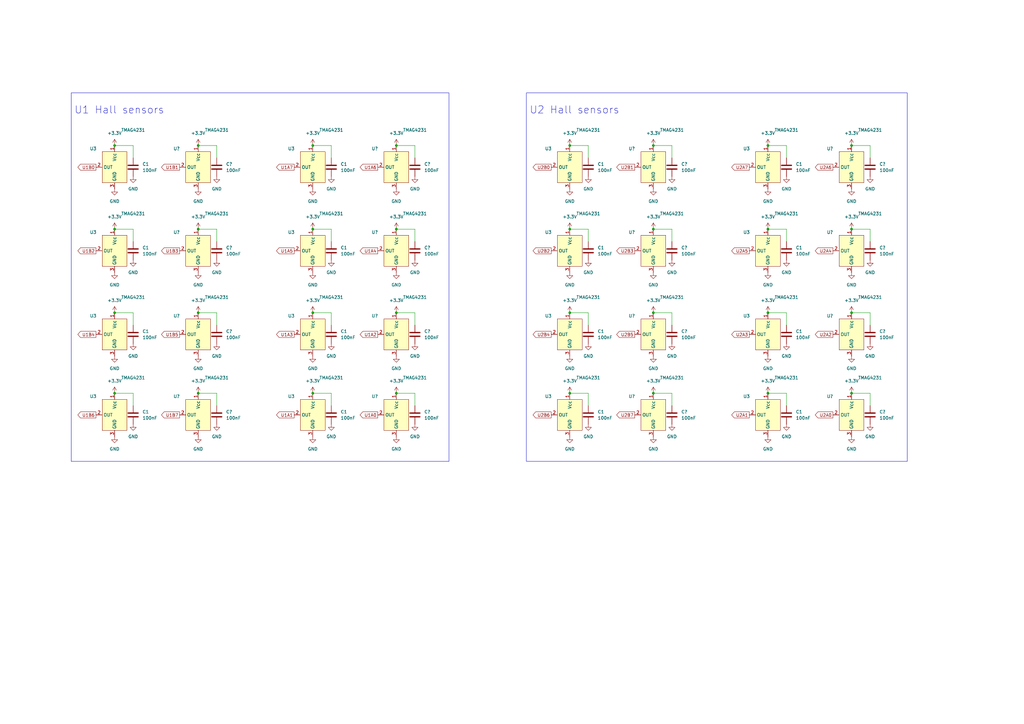
<source format=kicad_sch>
(kicad_sch (version 20230121) (generator eeschema)
  (paper "A3")
  (title_block (title "Chessboard  PCB "))
  (junction (at 349.25 59.69))
  (junction (at 162.56 93.98))
  (junction (at 267.97 128.27))
  (junction (at 46.99 128.27))
  (junction (at 314.96 128.27))
  (junction (at 46.99 93.98))
  (junction (at 349.25 128.27))
  (junction (at 267.97 93.98))
  (junction (at 81.28 93.98))
  (junction (at 314.96 59.69))
  (junction (at 233.68 93.98))
  (junction (at 267.97 59.69))
  (junction (at 128.27 161.29))
  (junction (at 46.99 59.69))
  (junction (at 128.27 93.98))
  (junction (at 81.28 161.29))
  (junction (at 349.25 93.98))
  (junction (at 128.27 128.27))
  (junction (at 46.99 161.29))
  (junction (at 233.68 128.27))
  (junction (at 162.56 128.27))
  (junction (at 162.56 161.29))
  (junction (at 267.97 161.29))
  (junction (at 81.28 128.27))
  (junction (at 162.56 59.69))
  (junction (at 349.25 161.29))
  (junction (at 128.27 59.69))
  (junction (at 314.96 161.29))
  (junction (at 233.68 59.69))
  (junction (at 81.28 59.69))
  (junction (at 233.68 161.29))
  (junction (at 314.96 93.98))
  (wire (pts (xy 46.99 128.27) (xy 54.61 128.27)))
  (wire (pts (xy 170.18 64.77) (xy 170.18 59.69)))
  (wire (pts (xy 162.56 128.27) (xy 170.18 128.27)))
  (wire (pts (xy 314.96 59.69) (xy 322.58 59.69)))
  (wire (pts (xy 54.61 99.06) (xy 54.61 93.98)))
  (wire (pts (xy 275.59 99.06) (xy 275.59 93.98)))
  (wire (pts (xy 356.87 166.37) (xy 356.87 161.29)))
  (wire (pts (xy 162.56 161.29) (xy 170.18 161.29)))
  (wire (pts (xy 314.96 93.98) (xy 322.58 93.98)))
  (wire (pts (xy 81.28 161.29) (xy 88.9 161.29)))
  (wire (pts (xy 88.9 99.06) (xy 88.9 93.98)))
  (wire (pts (xy 170.18 99.06) (xy 170.18 93.98)))
  (wire (pts (xy 88.9 166.37) (xy 88.9 161.29)))
  (wire (pts (xy 128.27 59.69) (xy 135.89 59.69)))
  (wire (pts (xy 349.25 128.27) (xy 356.87 128.27)))
  (wire (pts (xy 88.9 64.77) (xy 88.9 59.69)))
  (wire (pts (xy 135.89 99.06) (xy 135.89 93.98)))
  (wire (pts (xy 275.59 133.35) (xy 275.59 128.27)))
  (wire (pts (xy 135.89 166.37) (xy 135.89 161.29)))
  (wire (pts (xy 314.96 128.27) (xy 322.58 128.27)))
  (wire (pts (xy 322.58 64.77) (xy 322.58 59.69)))
  (wire (pts (xy 233.68 128.27) (xy 241.3 128.27)))
  (wire (pts (xy 267.97 59.69) (xy 275.59 59.69)))
  (wire (pts (xy 233.68 161.29) (xy 241.3 161.29)))
  (wire (pts (xy 81.28 59.69) (xy 88.9 59.69)))
  (wire (pts (xy 322.58 133.35) (xy 322.58 128.27)))
  (wire (pts (xy 128.27 128.27) (xy 135.89 128.27)))
  (wire (pts (xy 241.3 64.77) (xy 241.3 59.69)))
  (wire (pts (xy 241.3 166.37) (xy 241.3 161.29)))
  (wire (pts (xy 81.28 93.98) (xy 88.9 93.98)))
  (wire (pts (xy 81.28 128.27) (xy 88.9 128.27)))
  (wire (pts (xy 322.58 166.37) (xy 322.58 161.29)))
  (wire (pts (xy 233.68 59.69) (xy 241.3 59.69)))
  (wire (pts (xy 170.18 133.35) (xy 170.18 128.27)))
  (wire (pts (xy 54.61 133.35) (xy 54.61 128.27)))
  (wire (pts (xy 356.87 64.77) (xy 356.87 59.69)))
  (wire (pts (xy 170.18 166.37) (xy 170.18 161.29)))
  (wire (pts (xy 275.59 166.37) (xy 275.59 161.29)))
  (wire (pts (xy 241.3 99.06) (xy 241.3 93.98)))
  (wire (pts (xy 54.61 166.37) (xy 54.61 161.29)))
  (wire (pts (xy 128.27 161.29) (xy 135.89 161.29)))
  (wire (pts (xy 275.59 64.77) (xy 275.59 59.69)))
  (wire (pts (xy 233.68 93.98) (xy 241.3 93.98)))
  (wire (pts (xy 356.87 133.35) (xy 356.87 128.27)))
  (wire (pts (xy 54.61 64.77) (xy 54.61 59.69)))
  (wire (pts (xy 314.96 161.29) (xy 322.58 161.29)))
  (wire (pts (xy 349.25 59.69) (xy 356.87 59.69)))
  (wire (pts (xy 46.99 59.69) (xy 54.61 59.69)))
  (wire (pts (xy 162.56 59.69) (xy 170.18 59.69)))
  (wire (pts (xy 241.3 133.35) (xy 241.3 128.27)))
  (wire (pts (xy 349.25 93.98) (xy 356.87 93.98)))
  (wire (pts (xy 46.99 161.29) (xy 54.61 161.29)))
  (wire (pts (xy 46.99 93.98) (xy 54.61 93.98)))
  (wire (pts (xy 162.56 93.98) (xy 170.18 93.98)))
  (wire (pts (xy 128.27 93.98) (xy 135.89 93.98)))
  (wire (pts (xy 322.58 99.06) (xy 322.58 93.98)))
  (wire (pts (xy 135.89 133.35) (xy 135.89 128.27)))
  (wire (pts (xy 356.87 99.06) (xy 356.87 93.98)))
  (wire (pts (xy 349.25 161.29) (xy 356.87 161.29)))
  (wire (pts (xy 267.97 93.98) (xy 275.59 93.98)))
  (wire (pts (xy 267.97 128.27) (xy 275.59 128.27)))
  (wire (pts (xy 88.9 133.35) (xy 88.9 128.27)))
  (wire (pts (xy 267.97 161.29) (xy 275.59 161.29)))
  (wire (pts (xy 135.89 64.77) (xy 135.89 59.69)))
  (rectangle (start 29.21 38.1) (end 184.15 189.23))
  (rectangle (start 215.9 38.1) (end 372.11 189.23))
  (text "U1 Hall sensors" (at 30.48 46.99 0) (effects (font (size 3 3)) (justify left bottom)))
  (text "U2 Hall sensors" (at 217.17 46.99 0) (effects (font (size 3 3)) (justify left bottom)))
  (global_label "U2B5" (shape output) (at 260.35 137.16 180) (property "Intersheetrefs" "${INTERSHEET_REFS}" (effects hide)))
  (global_label "U2A7" (shape output) (at 307.34 68.58 180) (property "Intersheetrefs" "${INTERSHEET_REFS}" (effects hide)))
  (global_label "U1B0" (shape output) (at 39.37 68.58 180) (property "Intersheetrefs" "${INTERSHEET_REFS}" (effects hide)))
  (global_label "U1B3" (shape output) (at 73.66 102.87 180) (property "Intersheetrefs" "${INTERSHEET_REFS}" (effects hide)))
  (global_label "U2B4" (shape output) (at 226.06 137.16 180) (property "Intersheetrefs" "${INTERSHEET_REFS}" (effects hide)))
  (global_label "U2B7" (shape output) (at 260.35 170.18 180) (property "Intersheetrefs" "${INTERSHEET_REFS}" (effects hide)))
  (global_label "U1B5" (shape output) (at 73.66 137.16 180) (property "Intersheetrefs" "${INTERSHEET_REFS}" (effects hide)))
  (global_label "U1A6" (shape output) (at 154.94 68.58 180) (property "Intersheetrefs" "${INTERSHEET_REFS}" (effects hide)))
  (global_label "U1A0" (shape output) (at 154.94 170.18 180) (property "Intersheetrefs" "${INTERSHEET_REFS}" (effects hide)))
  (global_label "U1A3" (shape output) (at 120.65 137.16 180) (property "Intersheetrefs" "${INTERSHEET_REFS}" (effects hide)))
  (global_label "U2A2" (shape output) (at 341.63 137.16 180) (property "Intersheetrefs" "${INTERSHEET_REFS}" (effects hide)))
  (global_label "U1A4" (shape output) (at 154.94 102.87 180) (property "Intersheetrefs" "${INTERSHEET_REFS}" (effects hide)))
  (global_label "U1A1" (shape output) (at 120.65 170.18 180) (property "Intersheetrefs" "${INTERSHEET_REFS}" (effects hide)))
  (global_label "U2B6" (shape output) (at 226.06 170.18 180) (property "Intersheetrefs" "${INTERSHEET_REFS}" (effects hide)))
  (global_label "U1A7" (shape output) (at 120.65 68.58 180) (property "Intersheetrefs" "${INTERSHEET_REFS}" (effects hide)))
  (global_label "U2B3" (shape output) (at 260.35 102.87 180) (property "Intersheetrefs" "${INTERSHEET_REFS}" (effects hide)))
  (global_label "U2A3" (shape output) (at 307.34 137.16 180) (property "Intersheetrefs" "${INTERSHEET_REFS}" (effects hide)))
  (global_label "U1A2" (shape output) (at 154.94 137.16 180) (property "Intersheetrefs" "${INTERSHEET_REFS}" (effects hide)))
  (global_label "U2A1" (shape output) (at 307.34 170.18 180) (property "Intersheetrefs" "${INTERSHEET_REFS}" (effects hide)))
  (global_label "U1A5" (shape output) (at 120.65 102.87 180) (property "Intersheetrefs" "${INTERSHEET_REFS}" (effects hide)))
  (global_label "U2B1" (shape output) (at 260.35 68.58 180) (property "Intersheetrefs" "${INTERSHEET_REFS}" (effects hide)))
  (global_label "U2B0" (shape output) (at 226.06 68.58 180) (property "Intersheetrefs" "${INTERSHEET_REFS}" (effects hide)))
  (global_label "U2A5" (shape output) (at 307.34 102.87 180) (property "Intersheetrefs" "${INTERSHEET_REFS}" (effects hide)))
  (global_label "U2A6" (shape output) (at 341.63 68.58 180) (property "Intersheetrefs" "${INTERSHEET_REFS}" (effects hide)))
  (global_label "U2A0" (shape output) (at 341.63 170.18 180) (property "Intersheetrefs" "${INTERSHEET_REFS}" (effects hide)))
  (global_label "U1B2" (shape output) (at 39.37 102.87 180) (property "Intersheetrefs" "${INTERSHEET_REFS}" (effects hide)))
  (global_label "U1B1" (shape output) (at 73.66 68.58 180) (property "Intersheetrefs" "${INTERSHEET_REFS}" (effects hide)))
  (global_label "U2B2" (shape output) (at 226.06 102.87 180) (property "Intersheetrefs" "${INTERSHEET_REFS}" (effects hide)))
  (global_label "U2A4" (shape output) (at 341.63 102.87 180) (property "Intersheetrefs" "${INTERSHEET_REFS}" (effects hide)))
  (global_label "U1B6" (shape output) (at 39.37 170.18 180) (property "Intersheetrefs" "${INTERSHEET_REFS}" (effects hide)))
  (global_label "U1B7" (shape output) (at 73.66 170.18 180) (property "Intersheetrefs" "${INTERSHEET_REFS}" (effects hide)))
  (global_label "U1B4" (shape output) (at 39.37 137.16 180) (property "Intersheetrefs" "${INTERSHEET_REFS}" (effects hide)))
  (symbol (lib_id "symbols:TMAG5231") (at 157.48 96.52 0) (unit 1)
    (property "Reference" "U?" (at 152.4 95.25 0) (effects (justify left)))
    (property "Value" "TMAG4231" (at 170.18 87.63 0))
    (property "Footprint" "Package_TO_SOT_SMD:SOT-23-3" (effects hide))
    (instances (project "chessboad" (path "" (reference "U?") (unit 1)) (path "" (reference "U22") (unit 1))))
  )
  (symbol (lib_id "Device:C") (at 135.89 137.16 0) (unit 1)
    (property "Reference" "C1" (at 139.7 135.89 0) (effects (justify left)))
    (property "Value" "100nF" (at 139.7 138.43 0) (effects (justify left)))
    (property "Footprint" "Capacitor_SMD:C_0402_1005Metric_Pad0.74x0.62mm_HandSolder" (effects hide))
    (property "MPN" "GRM155R71C104KA88D" (effects hide))
    (instances (project "chessboad" (path "" (reference "C1") (unit 1)) (path "" (reference "C23") (unit 1))))
  )
  (symbol (lib_id "power:+3.3V") (at 46.99 59.69 0) (unit 1)
    (property "Reference" "#PWR03" (effects hide))
    (property "Value" "+3.3V" (at 46.99 54.61 0))
    (instances (project "chessboad" (path "" (reference "#PWR03") (unit 1)) (path "" (reference "#PWR02") (unit 1))))
  )
  (symbol (lib_id "power:+3.3V") (at 349.25 93.98 0) (unit 1)
    (property "Reference" "#PWR010" (effects hide))
    (property "Value" "+3.3V" (at 349.25 88.9 0))
    (instances (project "chessboad" (path "" (reference "#PWR010") (unit 1)) (path "" (reference "#PWR093") (unit 1))))
  )
  (symbol (lib_id "Device:C") (at 135.89 102.87 0) (unit 1)
    (property "Reference" "C1" (at 139.7 101.6 0) (effects (justify left)))
    (property "Value" "100nF" (at 139.7 104.14 0) (effects (justify left)))
    (property "Footprint" "Capacitor_SMD:C_0402_1005Metric_Pad0.74x0.62mm_HandSolder" (effects hide))
    (property "MPN" "GRM155R71C104KA88D" (effects hide))
    (instances (project "chessboad" (path "" (reference "C1") (unit 1)) (path "" (reference "C21") (unit 1))))
  )
  (symbol (lib_id "power:GND") (at 81.28 146.05 0) (unit 1)
    (property "Reference" "#PWR011" (effects hide))
    (property "Value" "GND" (at 81.28 151.13 0))
    (instances (project "chessboad" (path "" (reference "#PWR011") (unit 1)) (path "" (reference "#PWR023") (unit 1))))
  )
  (symbol (lib_id "symbols:TMAG5231") (at 41.91 62.23 0) (unit 1)
    (property "Reference" "U3" (at 36.83 60.96 0) (effects (justify left)))
    (property "Value" "TMAG4231" (at 54.61 53.34 0))
    (property "Footprint" "Package_TO_SOT_SMD:SOT-23-3" (effects hide))
    (instances (project "chessboad" (path "" (reference "U3") (unit 1)) (path "" (reference "U11") (unit 1))))
  )
  (symbol (lib_id "power:GND") (at 135.89 173.99 0) (unit 1)
    (property "Reference" "#PWR06" (effects hide))
    (property "Value" "GND" (at 135.89 179.07 0))
    (instances (project "chessboad" (path "" (reference "#PWR06") (unit 1)) (path "" (reference "#PWR042") (unit 1))))
  )
  (symbol (lib_id "power:GND") (at 128.27 179.07 0) (unit 1)
    (property "Reference" "#PWR02" (effects hide))
    (property "Value" "GND" (at 128.27 184.15 0))
    (instances (project "chessboad" (path "" (reference "#PWR02") (unit 1)) (path "" (reference "#PWR038") (unit 1))))
  )
  (symbol (lib_id "power:GND") (at 128.27 146.05 0) (unit 1)
    (property "Reference" "#PWR02" (effects hide))
    (property "Value" "GND" (at 128.27 151.13 0))
    (instances (project "chessboad" (path "" (reference "#PWR02") (unit 1)) (path "" (reference "#PWR036") (unit 1))))
  )
  (symbol (lib_id "power:+3.3V") (at 128.27 161.29 0) (unit 1)
    (property "Reference" "#PWR03" (effects hide))
    (property "Value" "+3.3V" (at 128.27 156.21 0))
    (instances (project "chessboad" (path "" (reference "#PWR03") (unit 1)) (path "" (reference "#PWR037") (unit 1))))
  )
  (symbol (lib_id "power:GND") (at 54.61 140.97 0) (unit 1)
    (property "Reference" "#PWR06" (effects hide))
    (property "Value" "GND" (at 54.61 146.05 0))
    (instances (project "chessboad" (path "" (reference "#PWR06") (unit 1)) (path "" (reference "#PWR021") (unit 1))))
  )
  (symbol (lib_id "power:GND") (at 54.61 173.99 0) (unit 1)
    (property "Reference" "#PWR06" (effects hide))
    (property "Value" "GND" (at 54.61 179.07 0))
    (instances (project "chessboad" (path "" (reference "#PWR06") (unit 1)) (path "" (reference "#PWR027") (unit 1))))
  )
  (symbol (lib_id "power:+3.3V") (at 233.68 161.29 0) (unit 1)
    (property "Reference" "#PWR03" (effects hide))
    (property "Value" "+3.3V" (at 233.68 156.21 0))
    (instances (project "chessboad" (path "" (reference "#PWR03") (unit 1)) (path "" (reference "#PWR061") (unit 1))))
  )
  (symbol (lib_id "power:GND") (at 88.9 72.39 0) (unit 1)
    (property "Reference" "#PWR012" (effects hide))
    (property "Value" "GND" (at 88.9 77.47 0))
  )
  (symbol (lib_id "symbols:TMAG5231") (at 76.2 163.83 0) (unit 1)
    (property "Reference" "U?" (at 71.12 162.56 0) (effects (justify left)))
    (property "Value" "TMAG4231" (at 88.9 154.94 0))
    (property "Footprint" "Package_TO_SOT_SMD:SOT-23-3" (effects hide))
    (instances (project "chessboad" (path "" (reference "U?") (unit 1)) (path "" (reference "U18") (unit 1))))
  )
  (symbol (lib_id "power:GND") (at 267.97 179.07 0) (unit 1)
    (property "Reference" "#PWR011" (effects hide))
    (property "Value" "GND" (at 267.97 184.15 0))
    (instances (project "chessboad" (path "" (reference "#PWR011") (unit 1)) (path "" (reference "#PWR074") (unit 1))))
  )
  (symbol (lib_id "power:GND") (at 135.89 140.97 0) (unit 1)
    (property "Reference" "#PWR06" (effects hide))
    (property "Value" "GND" (at 135.89 146.05 0))
    (instances (project "chessboad" (path "" (reference "#PWR06") (unit 1)) (path "" (reference "#PWR041") (unit 1))))
  )
  (symbol (lib_id "Device:C") (at 170.18 68.58 0) (unit 1)
    (property "Reference" "C?" (at 173.99 67.31 0) (effects (justify left)))
    (property "Value" "100nF" (at 173.99 69.85 0) (effects (justify left)))
    (property "Footprint" "Capacitor_SMD:C_0402_1005Metric_Pad0.74x0.62mm_HandSolder" (effects hide))
    (property "MPN" "GRM155R71C104KA88D" (effects hide))
    (instances (project "chessboad" (path "" (reference "C?") (unit 1)) (path "" (reference "C20") (unit 1))))
  )
  (symbol (lib_id "power:GND") (at 322.58 106.68 0) (unit 1)
    (property "Reference" "#PWR06" (effects hide))
    (property "Value" "GND" (at 322.58 111.76 0))
    (instances (project "chessboad" (path "" (reference "#PWR06") (unit 1)) (path "" (reference "#PWR088") (unit 1))))
  )
  (symbol (lib_id "Device:C") (at 170.18 137.16 0) (unit 1)
    (property "Reference" "C?" (at 173.99 135.89 0) (effects (justify left)))
    (property "Value" "100nF" (at 173.99 138.43 0) (effects (justify left)))
    (property "Footprint" "Capacitor_SMD:C_0402_1005Metric_Pad0.74x0.62mm_HandSolder" (effects hide))
    (property "MPN" "GRM155R71C104KA88D" (effects hide))
    (instances (project "chessboad" (path "" (reference "C?") (unit 1)) (path "" (reference "C24") (unit 1))))
  )
  (symbol (lib_id "power:GND") (at 314.96 179.07 0) (unit 1)
    (property "Reference" "#PWR02" (effects hide))
    (property "Value" "GND" (at 314.96 184.15 0))
    (instances (project "chessboad" (path "" (reference "#PWR02") (unit 1)) (path "" (reference "#PWR086") (unit 1))))
  )
  (symbol (lib_id "power:+3.3V") (at 128.27 93.98 0) (unit 1)
    (property "Reference" "#PWR03" (effects hide))
    (property "Value" "+3.3V" (at 128.27 88.9 0))
    (instances (project "chessboad" (path "" (reference "#PWR03") (unit 1)) (path "" (reference "#PWR033") (unit 1))))
  )
  (symbol (lib_id "power:GND") (at 241.3 106.68 0) (unit 1)
    (property "Reference" "#PWR06" (effects hide))
    (property "Value" "GND" (at 241.3 111.76 0))
    (instances (project "chessboad" (path "" (reference "#PWR06") (unit 1)) (path "" (reference "#PWR064") (unit 1))))
  )
  (symbol (lib_id "symbols:TMAG5231") (at 123.19 96.52 0) (unit 1)
    (property "Reference" "U3" (at 118.11 95.25 0) (effects (justify left)))
    (property "Value" "TMAG4231" (at 135.89 87.63 0))
    (property "Footprint" "Package_TO_SOT_SMD:SOT-23-3" (effects hide))
    (instances (project "chessboad" (path "" (reference "U3") (unit 1)) (path "" (reference "U21") (unit 1))))
  )
  (symbol (lib_id "power:+3.3V") (at 162.56 161.29 0) (unit 1)
    (property "Reference" "#PWR010" (effects hide))
    (property "Value" "+3.3V" (at 162.56 156.21 0))
    (instances (project "chessboad" (path "" (reference "#PWR010") (unit 1)) (path "" (reference "#PWR049") (unit 1))))
  )
  (symbol (lib_id "power:+3.3V") (at 233.68 59.69 0) (unit 1)
    (property "Reference" "#PWR03" (effects hide))
    (property "Value" "+3.3V" (at 233.68 54.61 0))
    (instances (project "chessboad" (path "" (reference "#PWR03") (unit 1)) (path "" (reference "#PWR055") (unit 1))))
  )
  (symbol (lib_id "power:GND") (at 46.99 77.47 0) (unit 1)
    (property "Reference" "#PWR02" (effects hide))
    (property "Value" "GND" (at 46.99 82.55 0))
    (instances (project "chessboad" (path "" (reference "#PWR02") (unit 1)) (path "" (reference "#PWR03") (unit 1))))
  )
  (symbol (lib_id "symbols:TMAG5231") (at 262.89 62.23 0) (unit 1)
    (property "Reference" "U?" (at 257.81 60.96 0) (effects (justify left)))
    (property "Value" "TMAG4231" (at 275.59 53.34 0))
    (property "Footprint" "Package_TO_SOT_SMD:SOT-23-3" (effects hide))
    (instances (project "chessboad" (path "" (reference "U?") (unit 1)) (path "" (reference "U32") (unit 1))))
  )
  (symbol (lib_id "Device:C") (at 241.3 68.58 0) (unit 1)
    (property "Reference" "C1" (at 245.11 67.31 0) (effects (justify left)))
    (property "Value" "100nF" (at 245.11 69.85 0) (effects (justify left)))
    (property "Footprint" "Capacitor_SMD:C_0402_1005Metric_Pad0.74x0.62mm_HandSolder" (effects hide))
    (property "MPN" "GRM155R71C104KA88D" (effects hide))
    (instances (project "chessboad" (path "" (reference "C1") (unit 1)) (path "" (reference "C31") (unit 1))))
  )
  (symbol (lib_id "power:GND") (at 54.61 106.68 0) (unit 1)
    (property "Reference" "#PWR06" (effects hide))
    (property "Value" "GND" (at 54.61 111.76 0))
    (instances (project "chessboad" (path "" (reference "#PWR06") (unit 1)) (path "" (reference "#PWR015") (unit 1))))
  )
  (symbol (lib_id "power:+3.3V") (at 314.96 93.98 0) (unit 1)
    (property "Reference" "#PWR03" (effects hide))
    (property "Value" "+3.3V" (at 314.96 88.9 0))
    (instances (project "chessboad" (path "" (reference "#PWR03") (unit 1)) (path "" (reference "#PWR081") (unit 1))))
  )
  (symbol (lib_id "Device:C") (at 275.59 102.87 0) (unit 1)
    (property "Reference" "C?" (at 279.4 101.6 0) (effects (justify left)))
    (property "Value" "100nF" (at 279.4 104.14 0) (effects (justify left)))
    (property "Footprint" "Capacitor_SMD:C_0402_1005Metric_Pad0.74x0.62mm_HandSolder" (effects hide))
    (property "MPN" "GRM155R71C104KA88D" (effects hide))
    (instances (project "chessboad" (path "" (reference "C?") (unit 1)) (path "" (reference "C34") (unit 1))))
  )
  (symbol (lib_id "power:GND") (at 170.18 106.68 0) (unit 1)
    (property "Reference" "#PWR012" (effects hide))
    (property "Value" "GND" (at 170.18 111.76 0))
    (instances (project "chessboad" (path "" (reference "#PWR012") (unit 1)) (path "" (reference "#PWR052") (unit 1))))
  )
  (symbol (lib_id "symbols:TMAG5231") (at 344.17 130.81 0) (unit 1)
    (property "Reference" "U?" (at 339.09 129.54 0) (effects (justify left)))
    (property "Value" "TMAG4231" (at 356.87 121.92 0))
    (property "Footprint" "Package_TO_SOT_SMD:SOT-23-3" (effects hide))
    (instances (project "chessboad" (path "" (reference "U?") (unit 1)) (path "" (reference "U44") (unit 1))))
  )
  (symbol (lib_id "power:GND") (at 162.56 179.07 0) (unit 1)
    (property "Reference" "#PWR011" (effects hide))
    (property "Value" "GND" (at 162.56 184.15 0))
    (instances (project "chessboad" (path "" (reference "#PWR011") (unit 1)) (path "" (reference "#PWR050") (unit 1))))
  )
  (symbol (lib_id "power:GND") (at 170.18 72.39 0) (unit 1)
    (property "Reference" "#PWR012" (effects hide))
    (property "Value" "GND" (at 170.18 77.47 0))
    (instances (project "chessboad" (path "" (reference "#PWR012") (unit 1)) (path "" (reference "#PWR051") (unit 1))))
  )
  (symbol (lib_id "Device:C") (at 88.9 170.18 0) (unit 1)
    (property "Reference" "C?" (at 92.71 168.91 0) (effects (justify left)))
    (property "Value" "100nF" (at 92.71 171.45 0) (effects (justify left)))
    (property "Footprint" "Capacitor_SMD:C_0402_1005Metric_Pad0.74x0.62mm_HandSolder" (effects hide))
    (property "MPN" "GRM155R71C104KA88D" (effects hide))
    (instances (project "chessboad" (path "" (reference "C?") (unit 1)) (path "" (reference "C18") (unit 1))))
  )
  (symbol (lib_id "power:GND") (at 349.25 77.47 0) (unit 1)
    (property "Reference" "#PWR011" (effects hide))
    (property "Value" "GND" (at 349.25 82.55 0))
    (instances (project "chessboad" (path "" (reference "#PWR011") (unit 1)) (path "" (reference "#PWR092") (unit 1))))
  )
  (symbol (lib_id "Device:C") (at 88.9 137.16 0) (unit 1)
    (property "Reference" "C?" (at 92.71 135.89 0) (effects (justify left)))
    (property "Value" "100nF" (at 92.71 138.43 0) (effects (justify left)))
    (property "Footprint" "Capacitor_SMD:C_0402_1005Metric_Pad0.74x0.62mm_HandSolder" (effects hide))
    (property "MPN" "GRM155R71C104KA88D" (effects hide))
    (instances (project "chessboad" (path "" (reference "C?") (unit 1)) (path "" (reference "C16") (unit 1))))
  )
  (symbol (lib_id "power:GND") (at 135.89 72.39 0) (unit 1)
    (property "Reference" "#PWR06" (effects hide))
    (property "Value" "GND" (at 135.89 77.47 0))
    (instances (project "chessboad" (path "" (reference "#PWR06") (unit 1)) (path "" (reference "#PWR039") (unit 1))))
  )
  (symbol (lib_id "Device:C") (at 170.18 102.87 0) (unit 1)
    (property "Reference" "C?" (at 173.99 101.6 0) (effects (justify left)))
    (property "Value" "100nF" (at 173.99 104.14 0) (effects (justify left)))
    (property "Footprint" "Capacitor_SMD:C_0402_1005Metric_Pad0.74x0.62mm_HandSolder" (effects hide))
    (property "MPN" "GRM155R71C104KA88D" (effects hide))
    (instances (project "chessboad" (path "" (reference "C?") (unit 1)) (path "" (reference "C22") (unit 1))))
  )
  (symbol (lib_id "Device:C") (at 88.9 102.87 0) (unit 1)
    (property "Reference" "C?" (at 92.71 101.6 0) (effects (justify left)))
    (property "Value" "100nF" (at 92.71 104.14 0) (effects (justify left)))
    (property "Footprint" "Capacitor_SMD:C_0402_1005Metric_Pad0.74x0.62mm_HandSolder" (effects hide))
    (property "MPN" "GRM155R71C104KA88D" (effects hide))
    (instances (project "chessboad" (path "" (reference "C?") (unit 1)) (path "" (reference "C14") (unit 1))))
  )
  (symbol (lib_id "Device:C") (at 275.59 170.18 0) (unit 1)
    (property "Reference" "C?" (at 279.4 168.91 0) (effects (justify left)))
    (property "Value" "100nF" (at 279.4 171.45 0) (effects (justify left)))
    (property "Footprint" "Capacitor_SMD:C_0402_1005Metric_Pad0.74x0.62mm_HandSolder" (effects hide))
    (property "MPN" "GRM155R71C104KA88D" (effects hide))
    (instances (project "chessboad" (path "" (reference "C?") (unit 1)) (path "" (reference "C38") (unit 1))))
  )
  (symbol (lib_id "Device:C") (at 170.18 170.18 0) (unit 1)
    (property "Reference" "C?" (at 173.99 168.91 0) (effects (justify left)))
    (property "Value" "100nF" (at 173.99 171.45 0) (effects (justify left)))
    (property "Footprint" "Capacitor_SMD:C_0402_1005Metric_Pad0.74x0.62mm_HandSolder" (effects hide))
    (property "MPN" "GRM155R71C104KA88D" (effects hide))
    (instances (project "chessboad" (path "" (reference "C?") (unit 1)) (path "" (reference "C26") (unit 1))))
  )
  (symbol (lib_id "Device:C") (at 356.87 170.18 0) (unit 1)
    (property "Reference" "C?" (at 360.68 168.91 0) (effects (justify left)))
    (property "Value" "100nF" (at 360.68 171.45 0) (effects (justify left)))
    (property "Footprint" "Capacitor_SMD:C_0402_1005Metric_Pad0.74x0.62mm_HandSolder" (effects hide))
    (property "MPN" "GRM155R71C104KA88D" (effects hide))
    (instances (project "chessboad" (path "" (reference "C?") (unit 1)) (path "" (reference "C46") (unit 1))))
  )
  (symbol (lib_id "power:+3.3V") (at 81.28 59.69 0) (unit 1)
    (property "Reference" "#PWR010" (effects hide))
    (property "Value" "+3.3V" (at 81.28 54.61 0))
  )
  (symbol (lib_id "symbols:TMAG5231") (at 228.6 62.23 0) (unit 1)
    (property "Reference" "U3" (at 223.52 60.96 0) (effects (justify left)))
    (property "Value" "TMAG4231" (at 241.3 53.34 0))
    (property "Footprint" "Package_TO_SOT_SMD:SOT-23-3" (effects hide))
    (instances (project "chessboad" (path "" (reference "U3") (unit 1)) (path "" (reference "U31") (unit 1))))
  )
  (symbol (lib_id "power:GND") (at 267.97 146.05 0) (unit 1)
    (property "Reference" "#PWR011" (effects hide))
    (property "Value" "GND" (at 267.97 151.13 0))
    (instances (project "chessboad" (path "" (reference "#PWR011") (unit 1)) (path "" (reference "#PWR072") (unit 1))))
  )
  (symbol (lib_id "symbols:TMAG5231") (at 157.48 130.81 0) (unit 1)
    (property "Reference" "U?" (at 152.4 129.54 0) (effects (justify left)))
    (property "Value" "TMAG4231" (at 170.18 121.92 0))
    (property "Footprint" "Package_TO_SOT_SMD:SOT-23-3" (effects hide))
    (instances (project "chessboad" (path "" (reference "U?") (unit 1)) (path "" (reference "U24") (unit 1))))
  )
  (symbol (lib_id "power:+3.3V") (at 162.56 59.69 0) (unit 1)
    (property "Reference" "#PWR010" (effects hide))
    (property "Value" "+3.3V" (at 162.56 54.61 0))
    (instances (project "chessboad" (path "" (reference "#PWR010") (unit 1)) (path "" (reference "#PWR043") (unit 1))))
  )
  (symbol (lib_id "power:GND") (at 241.3 173.99 0) (unit 1)
    (property "Reference" "#PWR06" (effects hide))
    (property "Value" "GND" (at 241.3 179.07 0))
    (instances (project "chessboad" (path "" (reference "#PWR06") (unit 1)) (path "" (reference "#PWR066") (unit 1))))
  )
  (symbol (lib_id "symbols:TMAG5231") (at 41.91 130.81 0) (unit 1)
    (property "Reference" "U3" (at 36.83 129.54 0) (effects (justify left)))
    (property "Value" "TMAG4231" (at 54.61 121.92 0))
    (property "Footprint" "Package_TO_SOT_SMD:SOT-23-3" (effects hide))
    (instances (project "chessboad" (path "" (reference "U3") (unit 1)) (path "" (reference "U15") (unit 1))))
  )
  (symbol (lib_id "power:GND") (at 233.68 179.07 0) (unit 1)
    (property "Reference" "#PWR02" (effects hide))
    (property "Value" "GND" (at 233.68 184.15 0))
    (instances (project "chessboad" (path "" (reference "#PWR02") (unit 1)) (path "" (reference "#PWR062") (unit 1))))
  )
  (symbol (lib_id "power:GND") (at 349.25 111.76 0) (unit 1)
    (property "Reference" "#PWR011" (effects hide))
    (property "Value" "GND" (at 349.25 116.84 0))
    (instances (project "chessboad" (path "" (reference "#PWR011") (unit 1)) (path "" (reference "#PWR094") (unit 1))))
  )
  (symbol (lib_id "symbols:TMAG5231") (at 123.19 62.23 0) (unit 1)
    (property "Reference" "U3" (at 118.11 60.96 0) (effects (justify left)))
    (property "Value" "TMAG4231" (at 135.89 53.34 0))
    (property "Footprint" "Package_TO_SOT_SMD:SOT-23-3" (effects hide))
    (instances (project "chessboad" (path "" (reference "U3") (unit 1)) (path "" (reference "U19") (unit 1))))
  )
  (symbol (lib_id "symbols:TMAG5231") (at 309.88 163.83 0) (unit 1)
    (property "Reference" "U3" (at 304.8 162.56 0) (effects (justify left)))
    (property "Value" "TMAG4231" (at 322.58 154.94 0))
    (property "Footprint" "Package_TO_SOT_SMD:SOT-23-3" (effects hide))
    (instances (project "chessboad" (path "" (reference "U3") (unit 1)) (path "" (reference "U45") (unit 1))))
  )
  (symbol (lib_id "power:GND") (at 46.99 111.76 0) (unit 1)
    (property "Reference" "#PWR02" (effects hide))
    (property "Value" "GND" (at 46.99 116.84 0))
    (instances (project "chessboad" (path "" (reference "#PWR02") (unit 1)) (path "" (reference "#PWR014") (unit 1))))
  )
  (symbol (lib_id "Device:C") (at 356.87 137.16 0) (unit 1)
    (property "Reference" "C?" (at 360.68 135.89 0) (effects (justify left)))
    (property "Value" "100nF" (at 360.68 138.43 0) (effects (justify left)))
    (property "Footprint" "Capacitor_SMD:C_0402_1005Metric_Pad0.74x0.62mm_HandSolder" (effects hide))
    (property "MPN" "GRM155R71C104KA88D" (effects hide))
    (instances (project "chessboad" (path "" (reference "C?") (unit 1)) (path "" (reference "C44") (unit 1))))
  )
  (symbol (lib_id "power:GND") (at 356.87 140.97 0) (unit 1)
    (property "Reference" "#PWR012" (effects hide))
    (property "Value" "GND" (at 356.87 146.05 0))
    (instances (project "chessboad" (path "" (reference "#PWR012") (unit 1)) (path "" (reference "#PWR0101") (unit 1))))
  )
  (symbol (lib_id "power:GND") (at 267.97 111.76 0) (unit 1)
    (property "Reference" "#PWR011" (effects hide))
    (property "Value" "GND" (at 267.97 116.84 0))
    (instances (project "chessboad" (path "" (reference "#PWR011") (unit 1)) (path "" (reference "#PWR070") (unit 1))))
  )
  (symbol (lib_id "symbols:TMAG5231") (at 123.19 130.81 0) (unit 1)
    (property "Reference" "U3" (at 118.11 129.54 0) (effects (justify left)))
    (property "Value" "TMAG4231" (at 135.89 121.92 0))
    (property "Footprint" "Package_TO_SOT_SMD:SOT-23-3" (effects hide))
    (instances (project "chessboad" (path "" (reference "U3") (unit 1)) (path "" (reference "U23") (unit 1))))
  )
  (symbol (lib_id "power:+3.3V") (at 314.96 59.69 0) (unit 1)
    (property "Reference" "#PWR03" (effects hide))
    (property "Value" "+3.3V" (at 314.96 54.61 0))
    (instances (project "chessboad" (path "" (reference "#PWR03") (unit 1)) (path "" (reference "#PWR079") (unit 1))))
  )
  (symbol (lib_id "symbols:TMAG5231") (at 309.88 62.23 0) (unit 1)
    (property "Reference" "U3" (at 304.8 60.96 0) (effects (justify left)))
    (property "Value" "TMAG4231" (at 322.58 53.34 0))
    (property "Footprint" "Package_TO_SOT_SMD:SOT-23-3" (effects hide))
    (instances (project "chessboad" (path "" (reference "U3") (unit 1)) (path "" (reference "U39") (unit 1))))
  )
  (symbol (lib_id "symbols:TMAG5231") (at 344.17 96.52 0) (unit 1)
    (property "Reference" "U?" (at 339.09 95.25 0) (effects (justify left)))
    (property "Value" "TMAG4231" (at 356.87 87.63 0))
    (property "Footprint" "Package_TO_SOT_SMD:SOT-23-3" (effects hide))
    (instances (project "chessboad" (path "" (reference "U?") (unit 1)) (path "" (reference "U42") (unit 1))))
  )
  (symbol (lib_id "power:GND") (at 322.58 140.97 0) (unit 1)
    (property "Reference" "#PWR06" (effects hide))
    (property "Value" "GND" (at 322.58 146.05 0))
    (instances (project "chessboad" (path "" (reference "#PWR06") (unit 1)) (path "" (reference "#PWR089") (unit 1))))
  )
  (symbol (lib_id "power:GND") (at 81.28 111.76 0) (unit 1)
    (property "Reference" "#PWR011" (effects hide))
    (property "Value" "GND" (at 81.28 116.84 0))
    (instances (project "chessboad" (path "" (reference "#PWR011") (unit 1)) (path "" (reference "#PWR017") (unit 1))))
  )
  (symbol (lib_id "power:+3.3V") (at 81.28 93.98 0) (unit 1)
    (property "Reference" "#PWR010" (effects hide))
    (property "Value" "+3.3V" (at 81.28 88.9 0))
    (instances (project "chessboad" (path "" (reference "#PWR010") (unit 1)) (path "" (reference "#PWR016") (unit 1))))
  )
  (symbol (lib_id "Device:C") (at 322.58 170.18 0) (unit 1)
    (property "Reference" "C1" (at 326.39 168.91 0) (effects (justify left)))
    (property "Value" "100nF" (at 326.39 171.45 0) (effects (justify left)))
    (property "Footprint" "Capacitor_SMD:C_0402_1005Metric_Pad0.74x0.62mm_HandSolder" (effects hide))
    (property "MPN" "GRM155R71C104KA88D" (effects hide))
    (instances (project "chessboad" (path "" (reference "C1") (unit 1)) (path "" (reference "C45") (unit 1))))
  )
  (symbol (lib_id "power:+3.3V") (at 349.25 161.29 0) (unit 1)
    (property "Reference" "#PWR010" (effects hide))
    (property "Value" "+3.3V" (at 349.25 156.21 0))
    (instances (project "chessboad" (path "" (reference "#PWR010") (unit 1)) (path "" (reference "#PWR097") (unit 1))))
  )
  (symbol (lib_id "power:GND") (at 135.89 106.68 0) (unit 1)
    (property "Reference" "#PWR06" (effects hide))
    (property "Value" "GND" (at 135.89 111.76 0))
    (instances (project "chessboad" (path "" (reference "#PWR06") (unit 1)) (path "" (reference "#PWR040") (unit 1))))
  )
  (symbol (lib_id "power:+3.3V") (at 46.99 93.98 0) (unit 1)
    (property "Reference" "#PWR03" (effects hide))
    (property "Value" "+3.3V" (at 46.99 88.9 0))
    (instances (project "chessboad" (path "" (reference "#PWR03") (unit 1)) (path "" (reference "#PWR013") (unit 1))))
  )
  (symbol (lib_id "power:+3.3V") (at 233.68 93.98 0) (unit 1)
    (property "Reference" "#PWR03" (effects hide))
    (property "Value" "+3.3V" (at 233.68 88.9 0))
    (instances (project "chessboad" (path "" (reference "#PWR03") (unit 1)) (path "" (reference "#PWR057") (unit 1))))
  )
  (symbol (lib_id "power:+3.3V") (at 46.99 128.27 0) (unit 1)
    (property "Reference" "#PWR03" (effects hide))
    (property "Value" "+3.3V" (at 46.99 123.19 0))
    (instances (project "chessboad" (path "" (reference "#PWR03") (unit 1)) (path "" (reference "#PWR019") (unit 1))))
  )
  (symbol (lib_id "power:GND") (at 267.97 77.47 0) (unit 1)
    (property "Reference" "#PWR011" (effects hide))
    (property "Value" "GND" (at 267.97 82.55 0))
    (instances (project "chessboad" (path "" (reference "#PWR011") (unit 1)) (path "" (reference "#PWR068") (unit 1))))
  )
  (symbol (lib_id "power:+3.3V") (at 314.96 128.27 0) (unit 1)
    (property "Reference" "#PWR03" (effects hide))
    (property "Value" "+3.3V" (at 314.96 123.19 0))
    (instances (project "chessboad" (path "" (reference "#PWR03") (unit 1)) (path "" (reference "#PWR083") (unit 1))))
  )
  (symbol (lib_id "power:+3.3V") (at 267.97 161.29 0) (unit 1)
    (property "Reference" "#PWR010" (effects hide))
    (property "Value" "+3.3V" (at 267.97 156.21 0))
    (instances (project "chessboad" (path "" (reference "#PWR010") (unit 1)) (path "" (reference "#PWR073") (unit 1))))
  )
  (symbol (lib_id "symbols:TMAG5231") (at 262.89 96.52 0) (unit 1)
    (property "Reference" "U?" (at 257.81 95.25 0) (effects (justify left)))
    (property "Value" "TMAG4231" (at 275.59 87.63 0))
    (property "Footprint" "Package_TO_SOT_SMD:SOT-23-3" (effects hide))
    (instances (project "chessboad" (path "" (reference "U?") (unit 1)) (path "" (reference "U34") (unit 1))))
  )
  (symbol (lib_id "power:+3.3V") (at 162.56 93.98 0) (unit 1)
    (property "Reference" "#PWR010" (effects hide))
    (property "Value" "+3.3V" (at 162.56 88.9 0))
    (instances (project "chessboad" (path "" (reference "#PWR010") (unit 1)) (path "" (reference "#PWR045") (unit 1))))
  )
  (symbol (lib_id "Device:C") (at 54.61 137.16 0) (unit 1)
    (property "Reference" "C1" (at 58.42 135.89 0) (effects (justify left)))
    (property "Value" "100nF" (at 58.42 138.43 0) (effects (justify left)))
    (property "Footprint" "Capacitor_SMD:C_0402_1005Metric_Pad0.74x0.62mm_HandSolder" (effects hide))
    (property "MPN" "GRM155R71C104KA88D" (effects hide))
    (instances (project "chessboad" (path "" (reference "C1") (unit 1)) (path "" (reference "C15") (unit 1))))
  )
  (symbol (lib_id "power:GND") (at 275.59 173.99 0) (unit 1)
    (property "Reference" "#PWR012" (effects hide))
    (property "Value" "GND" (at 275.59 179.07 0))
    (instances (project "chessboad" (path "" (reference "#PWR012") (unit 1)) (path "" (reference "#PWR078") (unit 1))))
  )
  (symbol (lib_id "Device:C") (at 322.58 68.58 0) (unit 1)
    (property "Reference" "C1" (at 326.39 67.31 0) (effects (justify left)))
    (property "Value" "100nF" (at 326.39 69.85 0) (effects (justify left)))
    (property "Footprint" "Capacitor_SMD:C_0402_1005Metric_Pad0.74x0.62mm_HandSolder" (effects hide))
    (property "MPN" "GRM155R71C104KA88D" (effects hide))
    (instances (project "chessboad" (path "" (reference "C1") (unit 1)) (path "" (reference "C39") (unit 1))))
  )
  (symbol (lib_id "power:GND") (at 233.68 77.47 0) (unit 1)
    (property "Reference" "#PWR02" (effects hide))
    (property "Value" "GND" (at 233.68 82.55 0))
    (instances (project "chessboad" (path "" (reference "#PWR02") (unit 1)) (path "" (reference "#PWR056") (unit 1))))
  )
  (symbol (lib_id "Device:C") (at 88.9 68.58 0) (unit 1)
    (property "Reference" "C?" (at 92.71 67.31 0) (effects (justify left)))
    (property "Value" "100nF" (at 92.71 69.85 0) (effects (justify left)))
    (property "Footprint" "Capacitor_SMD:C_0402_1005Metric_Pad0.74x0.62mm_HandSolder" (effects hide))
    (property "MPN" "GRM155R71C104KA88D" (effects hide))
    (instances (project "chessboad" (path "" (reference "C?") (unit 1)) (path "" (reference "C12") (unit 1))))
  )
  (symbol (lib_id "Device:C") (at 275.59 68.58 0) (unit 1)
    (property "Reference" "C?" (at 279.4 67.31 0) (effects (justify left)))
    (property "Value" "100nF" (at 279.4 69.85 0) (effects (justify left)))
    (property "Footprint" "Capacitor_SMD:C_0402_1005Metric_Pad0.74x0.62mm_HandSolder" (effects hide))
    (property "MPN" "GRM155R71C104KA88D" (effects hide))
    (instances (project "chessboad" (path "" (reference "C?") (unit 1)) (path "" (reference "C32") (unit 1))))
  )
  (symbol (lib_id "power:GND") (at 356.87 106.68 0) (unit 1)
    (property "Reference" "#PWR012" (effects hide))
    (property "Value" "GND" (at 356.87 111.76 0))
    (instances (project "chessboad" (path "" (reference "#PWR012") (unit 1)) (path "" (reference "#PWR0100") (unit 1))))
  )
  (symbol (lib_id "power:+3.3V") (at 349.25 128.27 0) (unit 1)
    (property "Reference" "#PWR010" (effects hide))
    (property "Value" "+3.3V" (at 349.25 123.19 0))
    (instances (project "chessboad" (path "" (reference "#PWR010") (unit 1)) (path "" (reference "#PWR095") (unit 1))))
  )
  (symbol (lib_id "Device:C") (at 322.58 102.87 0) (unit 1)
    (property "Reference" "C1" (at 326.39 101.6 0) (effects (justify left)))
    (property "Value" "100nF" (at 326.39 104.14 0) (effects (justify left)))
    (property "Footprint" "Capacitor_SMD:C_0402_1005Metric_Pad0.74x0.62mm_HandSolder" (effects hide))
    (property "MPN" "GRM155R71C104KA88D" (effects hide))
    (instances (project "chessboad" (path "" (reference "C1") (unit 1)) (path "" (reference "C41") (unit 1))))
  )
  (symbol (lib_id "power:GND") (at 275.59 140.97 0) (unit 1)
    (property "Reference" "#PWR012" (effects hide))
    (property "Value" "GND" (at 275.59 146.05 0))
    (instances (project "chessboad" (path "" (reference "#PWR012") (unit 1)) (path "" (reference "#PWR077") (unit 1))))
  )
  (symbol (lib_id "symbols:TMAG5231") (at 76.2 130.81 0) (unit 1)
    (property "Reference" "U?" (at 71.12 129.54 0) (effects (justify left)))
    (property "Value" "TMAG4231" (at 88.9 121.92 0))
    (property "Footprint" "Package_TO_SOT_SMD:SOT-23-3" (effects hide))
    (instances (project "chessboad" (path "" (reference "U?") (unit 1)) (path "" (reference "U16") (unit 1))))
  )
  (symbol (lib_id "power:GND") (at 46.99 146.05 0) (unit 1)
    (property "Reference" "#PWR02" (effects hide))
    (property "Value" "GND" (at 46.99 151.13 0))
    (instances (project "chessboad" (path "" (reference "#PWR02") (unit 1)) (path "" (reference "#PWR020") (unit 1))))
  )
  (symbol (lib_id "power:+3.3V") (at 267.97 128.27 0) (unit 1)
    (property "Reference" "#PWR010" (effects hide))
    (property "Value" "+3.3V" (at 267.97 123.19 0))
    (instances (project "chessboad" (path "" (reference "#PWR010") (unit 1)) (path "" (reference "#PWR071") (unit 1))))
  )
  (symbol (lib_id "power:GND") (at 88.9 140.97 0) (unit 1)
    (property "Reference" "#PWR012" (effects hide))
    (property "Value" "GND" (at 88.9 146.05 0))
    (instances (project "chessboad" (path "" (reference "#PWR012") (unit 1)) (path "" (reference "#PWR024") (unit 1))))
  )
  (symbol (lib_id "symbols:TMAG5231") (at 157.48 62.23 0) (unit 1)
    (property "Reference" "U?" (at 152.4 60.96 0) (effects (justify left)))
    (property "Value" "TMAG4231" (at 170.18 53.34 0))
    (property "Footprint" "Package_TO_SOT_SMD:SOT-23-3" (effects hide))
    (instances (project "chessboad" (path "" (reference "U?") (unit 1)) (path "" (reference "U20") (unit 1))))
  )
  (symbol (lib_id "power:GND") (at 162.56 77.47 0) (unit 1)
    (property "Reference" "#PWR011" (effects hide))
    (property "Value" "GND" (at 162.56 82.55 0))
    (instances (project "chessboad" (path "" (reference "#PWR011") (unit 1)) (path "" (reference "#PWR044") (unit 1))))
  )
  (symbol (lib_id "symbols:TMAG5231") (at 41.91 163.83 0) (unit 1)
    (property "Reference" "U3" (at 36.83 162.56 0) (effects (justify left)))
    (property "Value" "TMAG4231" (at 54.61 154.94 0))
    (property "Footprint" "Package_TO_SOT_SMD:SOT-23-3" (effects hide))
    (instances (project "chessboad" (path "" (reference "U3") (unit 1)) (path "" (reference "U17") (unit 1))))
  )
  (symbol (lib_id "power:+3.3V") (at 81.28 161.29 0) (unit 1)
    (property "Reference" "#PWR010" (effects hide))
    (property "Value" "+3.3V" (at 81.28 156.21 0))
    (instances (project "chessboad" (path "" (reference "#PWR010") (unit 1)) (path "" (reference "#PWR028") (unit 1))))
  )
  (symbol (lib_id "power:GND") (at 81.28 77.47 0) (unit 1)
    (property "Reference" "#PWR011" (effects hide))
    (property "Value" "GND" (at 81.28 82.55 0))
  )
  (symbol (lib_id "power:GND") (at 54.61 72.39 0) (unit 1)
    (property "Reference" "#PWR06" (effects hide))
    (property "Value" "GND" (at 54.61 77.47 0))
  )
  (symbol (lib_id "power:+3.3V") (at 81.28 128.27 0) (unit 1)
    (property "Reference" "#PWR010" (effects hide))
    (property "Value" "+3.3V" (at 81.28 123.19 0))
    (instances (project "chessboad" (path "" (reference "#PWR010") (unit 1)) (path "" (reference "#PWR022") (unit 1))))
  )
  (symbol (lib_id "power:GND") (at 128.27 111.76 0) (unit 1)
    (property "Reference" "#PWR02" (effects hide))
    (property "Value" "GND" (at 128.27 116.84 0))
    (instances (project "chessboad" (path "" (reference "#PWR02") (unit 1)) (path "" (reference "#PWR034") (unit 1))))
  )
  (symbol (lib_id "power:GND") (at 233.68 111.76 0) (unit 1)
    (property "Reference" "#PWR02" (effects hide))
    (property "Value" "GND" (at 233.68 116.84 0))
    (instances (project "chessboad" (path "" (reference "#PWR02") (unit 1)) (path "" (reference "#PWR058") (unit 1))))
  )
  (symbol (lib_id "power:+3.3V") (at 267.97 59.69 0) (unit 1)
    (property "Reference" "#PWR010" (effects hide))
    (property "Value" "+3.3V" (at 267.97 54.61 0))
    (instances (project "chessboad" (path "" (reference "#PWR010") (unit 1)) (path "" (reference "#PWR067") (unit 1))))
  )
  (symbol (lib_id "Device:C") (at 241.3 137.16 0) (unit 1)
    (property "Reference" "C1" (at 245.11 135.89 0) (effects (justify left)))
    (property "Value" "100nF" (at 245.11 138.43 0) (effects (justify left)))
    (property "Footprint" "Capacitor_SMD:C_0402_1005Metric_Pad0.74x0.62mm_HandSolder" (effects hide))
    (property "MPN" "GRM155R71C104KA88D" (effects hide))
    (instances (project "chessboad" (path "" (reference "C1") (unit 1)) (path "" (reference "C35") (unit 1))))
  )
  (symbol (lib_id "symbols:TMAG5231") (at 76.2 96.52 0) (unit 1)
    (property "Reference" "U?" (at 71.12 95.25 0) (effects (justify left)))
    (property "Value" "TMAG4231" (at 88.9 87.63 0))
    (property "Footprint" "Package_TO_SOT_SMD:SOT-23-3" (effects hide))
    (instances (project "chessboad" (path "" (reference "U?") (unit 1)) (path "" (reference "U14") (unit 1))))
  )
  (symbol (lib_id "power:GND") (at 314.96 77.47 0) (unit 1)
    (property "Reference" "#PWR02" (effects hide))
    (property "Value" "GND" (at 314.96 82.55 0))
    (instances (project "chessboad" (path "" (reference "#PWR02") (unit 1)) (path "" (reference "#PWR080") (unit 1))))
  )
  (symbol (lib_id "symbols:TMAG5231") (at 262.89 130.81 0) (unit 1)
    (property "Reference" "U?" (at 257.81 129.54 0) (effects (justify left)))
    (property "Value" "TMAG4231" (at 275.59 121.92 0))
    (property "Footprint" "Package_TO_SOT_SMD:SOT-23-3" (effects hide))
    (instances (project "chessboad" (path "" (reference "U?") (unit 1)) (path "" (reference "U36") (unit 1))))
  )
  (symbol (lib_id "symbols:TMAG5231") (at 228.6 130.81 0) (unit 1)
    (property "Reference" "U3" (at 223.52 129.54 0) (effects (justify left)))
    (property "Value" "TMAG4231" (at 241.3 121.92 0))
    (property "Footprint" "Package_TO_SOT_SMD:SOT-23-3" (effects hide))
    (instances (project "chessboad" (path "" (reference "U3") (unit 1)) (path "" (reference "U35") (unit 1))))
  )
  (symbol (lib_id "power:+3.3V") (at 267.97 93.98 0) (unit 1)
    (property "Reference" "#PWR010" (effects hide))
    (property "Value" "+3.3V" (at 267.97 88.9 0))
    (instances (project "chessboad" (path "" (reference "#PWR010") (unit 1)) (path "" (reference "#PWR069") (unit 1))))
  )
  (symbol (lib_id "power:GND") (at 88.9 106.68 0) (unit 1)
    (property "Reference" "#PWR012" (effects hide))
    (property "Value" "GND" (at 88.9 111.76 0))
    (instances (project "chessboad" (path "" (reference "#PWR012") (unit 1)) (path "" (reference "#PWR018") (unit 1))))
  )
  (symbol (lib_id "Device:C") (at 356.87 68.58 0) (unit 1)
    (property "Reference" "C?" (at 360.68 67.31 0) (effects (justify left)))
    (property "Value" "100nF" (at 360.68 69.85 0) (effects (justify left)))
    (property "Footprint" "Capacitor_SMD:C_0402_1005Metric_Pad0.74x0.62mm_HandSolder" (effects hide))
    (property "MPN" "GRM155R71C104KA88D" (effects hide))
    (instances (project "chessboad" (path "" (reference "C?") (unit 1)) (path "" (reference "C40") (unit 1))))
  )
  (symbol (lib_id "Device:C") (at 322.58 137.16 0) (unit 1)
    (property "Reference" "C1" (at 326.39 135.89 0) (effects (justify left)))
    (property "Value" "100nF" (at 326.39 138.43 0) (effects (justify left)))
    (property "Footprint" "Capacitor_SMD:C_0402_1005Metric_Pad0.74x0.62mm_HandSolder" (effects hide))
    (property "MPN" "GRM155R71C104KA88D" (effects hide))
    (instances (project "chessboad" (path "" (reference "C1") (unit 1)) (path "" (reference "C43") (unit 1))))
  )
  (symbol (lib_id "power:+3.3V") (at 162.56 128.27 0) (unit 1)
    (property "Reference" "#PWR010" (effects hide))
    (property "Value" "+3.3V" (at 162.56 123.19 0))
    (instances (project "chessboad" (path "" (reference "#PWR010") (unit 1)) (path "" (reference "#PWR047") (unit 1))))
  )
  (symbol (lib_id "symbols:TMAG5231") (at 309.88 96.52 0) (unit 1)
    (property "Reference" "U3" (at 304.8 95.25 0) (effects (justify left)))
    (property "Value" "TMAG4231" (at 322.58 87.63 0))
    (property "Footprint" "Package_TO_SOT_SMD:SOT-23-3" (effects hide))
    (instances (project "chessboad" (path "" (reference "U3") (unit 1)) (path "" (reference "U41") (unit 1))))
  )
  (symbol (lib_id "symbols:TMAG5231") (at 157.48 163.83 0) (unit 1)
    (property "Reference" "U?" (at 152.4 162.56 0) (effects (justify left)))
    (property "Value" "TMAG4231" (at 170.18 154.94 0))
    (property "Footprint" "Package_TO_SOT_SMD:SOT-23-3" (effects hide))
    (instances (project "chessboad" (path "" (reference "U?") (unit 1)) (path "" (reference "U26") (unit 1))))
  )
  (symbol (lib_id "Device:C") (at 241.3 170.18 0) (unit 1)
    (property "Reference" "C1" (at 245.11 168.91 0) (effects (justify left)))
    (property "Value" "100nF" (at 245.11 171.45 0) (effects (justify left)))
    (property "Footprint" "Capacitor_SMD:C_0402_1005Metric_Pad0.74x0.62mm_HandSolder" (effects hide))
    (property "MPN" "GRM155R71C104KA88D" (effects hide))
    (instances (project "chessboad" (path "" (reference "C1") (unit 1)) (path "" (reference "C37") (unit 1))))
  )
  (symbol (lib_id "Device:C") (at 54.61 102.87 0) (unit 1)
    (property "Reference" "C1" (at 58.42 101.6 0) (effects (justify left)))
    (property "Value" "100nF" (at 58.42 104.14 0) (effects (justify left)))
    (property "Footprint" "Capacitor_SMD:C_0402_1005Metric_Pad0.74x0.62mm_HandSolder" (effects hide))
    (property "MPN" "GRM155R71C104KA88D" (effects hide))
    (instances (project "chessboad" (path "" (reference "C1") (unit 1)) (path "" (reference "C13") (unit 1))))
  )
  (symbol (lib_id "power:GND") (at 314.96 111.76 0) (unit 1)
    (property "Reference" "#PWR02" (effects hide))
    (property "Value" "GND" (at 314.96 116.84 0))
    (instances (project "chessboad" (path "" (reference "#PWR02") (unit 1)) (path "" (reference "#PWR082") (unit 1))))
  )
  (symbol (lib_id "symbols:TMAG5231") (at 123.19 163.83 0) (unit 1)
    (property "Reference" "U3" (at 118.11 162.56 0) (effects (justify left)))
    (property "Value" "TMAG4231" (at 135.89 154.94 0))
    (property "Footprint" "Package_TO_SOT_SMD:SOT-23-3" (effects hide))
    (instances (project "chessboad" (path "" (reference "U3") (unit 1)) (path "" (reference "U25") (unit 1))))
  )
  (symbol (lib_id "symbols:TMAG5231") (at 262.89 163.83 0) (unit 1)
    (property "Reference" "U?" (at 257.81 162.56 0) (effects (justify left)))
    (property "Value" "TMAG4231" (at 275.59 154.94 0))
    (property "Footprint" "Package_TO_SOT_SMD:SOT-23-3" (effects hide))
    (instances (project "chessboad" (path "" (reference "U?") (unit 1)) (path "" (reference "U38") (unit 1))))
  )
  (symbol (lib_id "Device:C") (at 275.59 137.16 0) (unit 1)
    (property "Reference" "C?" (at 279.4 135.89 0) (effects (justify left)))
    (property "Value" "100nF" (at 279.4 138.43 0) (effects (justify left)))
    (property "Footprint" "Capacitor_SMD:C_0402_1005Metric_Pad0.74x0.62mm_HandSolder" (effects hide))
    (property "MPN" "GRM155R71C104KA88D" (effects hide))
    (instances (project "chessboad" (path "" (reference "C?") (unit 1)) (path "" (reference "C36") (unit 1))))
  )
  (symbol (lib_id "symbols:TMAG5231") (at 228.6 163.83 0) (unit 1)
    (property "Reference" "U3" (at 223.52 162.56 0) (effects (justify left)))
    (property "Value" "TMAG4231" (at 241.3 154.94 0))
    (property "Footprint" "Package_TO_SOT_SMD:SOT-23-3" (effects hide))
    (instances (project "chessboad" (path "" (reference "U3") (unit 1)) (path "" (reference "U37") (unit 1))))
  )
  (symbol (lib_id "power:GND") (at 128.27 77.47 0) (unit 1)
    (property "Reference" "#PWR02" (effects hide))
    (property "Value" "GND" (at 128.27 82.55 0))
    (instances (project "chessboad" (path "" (reference "#PWR02") (unit 1)) (path "" (reference "#PWR032") (unit 1))))
  )
  (symbol (lib_id "power:GND") (at 322.58 173.99 0) (unit 1)
    (property "Reference" "#PWR06" (effects hide))
    (property "Value" "GND" (at 322.58 179.07 0))
    (instances (project "chessboad" (path "" (reference "#PWR06") (unit 1)) (path "" (reference "#PWR090") (unit 1))))
  )
  (symbol (lib_id "symbols:TMAG5231") (at 344.17 62.23 0) (unit 1)
    (property "Reference" "U?" (at 339.09 60.96 0) (effects (justify left)))
    (property "Value" "TMAG4231" (at 356.87 53.34 0))
    (property "Footprint" "Package_TO_SOT_SMD:SOT-23-3" (effects hide))
    (instances (project "chessboad" (path "" (reference "U?") (unit 1)) (path "" (reference "U40") (unit 1))))
  )
  (symbol (lib_id "power:GND") (at 322.58 72.39 0) (unit 1)
    (property "Reference" "#PWR06" (effects hide))
    (property "Value" "GND" (at 322.58 77.47 0))
    (instances (project "chessboad" (path "" (reference "#PWR06") (unit 1)) (path "" (reference "#PWR087") (unit 1))))
  )
  (symbol (lib_id "Device:C") (at 54.61 170.18 0) (unit 1)
    (property "Reference" "C1" (at 58.42 168.91 0) (effects (justify left)))
    (property "Value" "100nF" (at 58.42 171.45 0) (effects (justify left)))
    (property "Footprint" "Capacitor_SMD:C_0402_1005Metric_Pad0.74x0.62mm_HandSolder" (effects hide))
    (property "MPN" "GRM155R71C104KA88D" (effects hide))
    (instances (project "chessboad" (path "" (reference "C1") (unit 1)) (path "" (reference "C17") (unit 1))))
  )
  (symbol (lib_id "power:GND") (at 275.59 106.68 0) (unit 1)
    (property "Reference" "#PWR012" (effects hide))
    (property "Value" "GND" (at 275.59 111.76 0))
    (instances (project "chessboad" (path "" (reference "#PWR012") (unit 1)) (path "" (reference "#PWR076") (unit 1))))
  )
  (symbol (lib_id "power:GND") (at 233.68 146.05 0) (unit 1)
    (property "Reference" "#PWR02" (effects hide))
    (property "Value" "GND" (at 233.68 151.13 0))
    (instances (project "chessboad" (path "" (reference "#PWR02") (unit 1)) (path "" (reference "#PWR060") (unit 1))))
  )
  (symbol (lib_id "power:GND") (at 349.25 179.07 0) (unit 1)
    (property "Reference" "#PWR011" (effects hide))
    (property "Value" "GND" (at 349.25 184.15 0))
    (instances (project "chessboad" (path "" (reference "#PWR011") (unit 1)) (path "" (reference "#PWR098") (unit 1))))
  )
  (symbol (lib_id "Device:C") (at 135.89 68.58 0) (unit 1)
    (property "Reference" "C1" (at 139.7 67.31 0) (effects (justify left)))
    (property "Value" "100nF" (at 139.7 69.85 0) (effects (justify left)))
    (property "Footprint" "Capacitor_SMD:C_0402_1005Metric_Pad0.74x0.62mm_HandSolder" (effects hide))
    (property "MPN" "GRM155R71C104KA88D" (effects hide))
    (instances (project "chessboad" (path "" (reference "C1") (unit 1)) (path "" (reference "C19") (unit 1))))
  )
  (symbol (lib_id "power:+3.3V") (at 314.96 161.29 0) (unit 1)
    (property "Reference" "#PWR03" (effects hide))
    (property "Value" "+3.3V" (at 314.96 156.21 0))
    (instances (project "chessboad" (path "" (reference "#PWR03") (unit 1)) (path "" (reference "#PWR085") (unit 1))))
  )
  (symbol (lib_id "power:+3.3V") (at 46.99 161.29 0) (unit 1)
    (property "Reference" "#PWR03" (effects hide))
    (property "Value" "+3.3V" (at 46.99 156.21 0))
    (instances (project "chessboad" (path "" (reference "#PWR03") (unit 1)) (path "" (reference "#PWR025") (unit 1))))
  )
  (symbol (lib_id "power:GND") (at 241.3 140.97 0) (unit 1)
    (property "Reference" "#PWR06" (effects hide))
    (property "Value" "GND" (at 241.3 146.05 0))
    (instances (project "chessboad" (path "" (reference "#PWR06") (unit 1)) (path "" (reference "#PWR065") (unit 1))))
  )
  (symbol (lib_id "power:GND") (at 349.25 146.05 0) (unit 1)
    (property "Reference" "#PWR011" (effects hide))
    (property "Value" "GND" (at 349.25 151.13 0))
    (instances (project "chessboad" (path "" (reference "#PWR011") (unit 1)) (path "" (reference "#PWR096") (unit 1))))
  )
  (symbol (lib_id "power:+3.3V") (at 349.25 59.69 0) (unit 1)
    (property "Reference" "#PWR010" (effects hide))
    (property "Value" "+3.3V" (at 349.25 54.61 0))
    (instances (project "chessboad" (path "" (reference "#PWR010") (unit 1)) (path "" (reference "#PWR091") (unit 1))))
  )
  (symbol (lib_id "symbols:TMAG5231") (at 228.6 96.52 0) (unit 1)
    (property "Reference" "U3" (at 223.52 95.25 0) (effects (justify left)))
    (property "Value" "TMAG4231" (at 241.3 87.63 0))
    (property "Footprint" "Package_TO_SOT_SMD:SOT-23-3" (effects hide))
    (instances (project "chessboad" (path "" (reference "U3") (unit 1)) (path "" (reference "U33") (unit 1))))
  )
  (symbol (lib_id "Device:C") (at 356.87 102.87 0) (unit 1)
    (property "Reference" "C?" (at 360.68 101.6 0) (effects (justify left)))
    (property "Value" "100nF" (at 360.68 104.14 0) (effects (justify left)))
    (property "Footprint" "Capacitor_SMD:C_0402_1005Metric_Pad0.74x0.62mm_HandSolder" (effects hide))
    (property "MPN" "GRM155R71C104KA88D" (effects hide))
    (instances (project "chessboad" (path "" (reference "C?") (unit 1)) (path "" (reference "C42") (unit 1))))
  )
  (symbol (lib_id "power:GND") (at 162.56 111.76 0) (unit 1)
    (property "Reference" "#PWR011" (effects hide))
    (property "Value" "GND" (at 162.56 116.84 0))
    (instances (project "chessboad" (path "" (reference "#PWR011") (unit 1)) (path "" (reference "#PWR046") (unit 1))))
  )
  (symbol (lib_id "power:GND") (at 81.28 179.07 0) (unit 1)
    (property "Reference" "#PWR011" (effects hide))
    (property "Value" "GND" (at 81.28 184.15 0))
    (instances (project "chessboad" (path "" (reference "#PWR011") (unit 1)) (path "" (reference "#PWR029") (unit 1))))
  )
  (symbol (lib_id "power:GND") (at 356.87 173.99 0) (unit 1)
    (property "Reference" "#PWR012" (effects hide))
    (property "Value" "GND" (at 356.87 179.07 0))
    (instances (project "chessboad" (path "" (reference "#PWR012") (unit 1)) (path "" (reference "#PWR0102") (unit 1))))
  )
  (symbol (lib_id "power:GND") (at 170.18 173.99 0) (unit 1)
    (property "Reference" "#PWR012" (effects hide))
    (property "Value" "GND" (at 170.18 179.07 0))
    (instances (project "chessboad" (path "" (reference "#PWR012") (unit 1)) (path "" (reference "#PWR054") (unit 1))))
  )
  (symbol (lib_id "power:GND") (at 314.96 146.05 0) (unit 1)
    (property "Reference" "#PWR02" (effects hide))
    (property "Value" "GND" (at 314.96 151.13 0))
    (instances (project "chessboad" (path "" (reference "#PWR02") (unit 1)) (path "" (reference "#PWR084") (unit 1))))
  )
  (symbol (lib_id "power:GND") (at 88.9 173.99 0) (unit 1)
    (property "Reference" "#PWR012" (effects hide))
    (property "Value" "GND" (at 88.9 179.07 0))
    (instances (project "chessboad" (path "" (reference "#PWR012") (unit 1)) (path "" (reference "#PWR030") (unit 1))))
  )
  (symbol (lib_id "power:+3.3V") (at 233.68 128.27 0) (unit 1)
    (property "Reference" "#PWR03" (effects hide))
    (property "Value" "+3.3V" (at 233.68 123.19 0))
    (instances (project "chessboad" (path "" (reference "#PWR03") (unit 1)) (path "" (reference "#PWR059") (unit 1))))
  )
  (symbol (lib_id "power:GND") (at 170.18 140.97 0) (unit 1)
    (property "Reference" "#PWR012" (effects hide))
    (property "Value" "GND" (at 170.18 146.05 0))
    (instances (project "chessboad" (path "" (reference "#PWR012") (unit 1)) (path "" (reference "#PWR053") (unit 1))))
  )
  (symbol (lib_id "symbols:TMAG5231") (at 309.88 130.81 0) (unit 1)
    (property "Reference" "U3" (at 304.8 129.54 0) (effects (justify left)))
    (property "Value" "TMAG4231" (at 322.58 121.92 0))
    (property "Footprint" "Package_TO_SOT_SMD:SOT-23-3" (effects hide))
    (instances (project "chessboad" (path "" (reference "U3") (unit 1)) (path "" (reference "U43") (unit 1))))
  )
  (symbol (lib_id "power:GND") (at 241.3 72.39 0) (unit 1)
    (property "Reference" "#PWR06" (effects hide))
    (property "Value" "GND" (at 241.3 77.47 0))
    (instances (project "chessboad" (path "" (reference "#PWR06") (unit 1)) (path "" (reference "#PWR063") (unit 1))))
  )
  (symbol (lib_id "power:GND") (at 275.59 72.39 0) (unit 1)
    (property "Reference" "#PWR012" (effects hide))
    (property "Value" "GND" (at 275.59 77.47 0))
    (instances (project "chessboad" (path "" (reference "#PWR012") (unit 1)) (path "" (reference "#PWR075") (unit 1))))
  )
  (symbol (lib_id "power:+3.3V") (at 128.27 59.69 0) (unit 1)
    (property "Reference" "#PWR03" (effects hide))
    (property "Value" "+3.3V" (at 128.27 54.61 0))
    (instances (project "chessboad" (path "" (reference "#PWR03") (unit 1)) (path "" (reference "#PWR031") (unit 1))))
  )
  (symbol (lib_id "symbols:TMAG5231") (at 76.2 62.23 0) (unit 1)
    (property "Reference" "U?" (at 71.12 60.96 0) (effects (justify left)))
    (property "Value" "TMAG4231" (at 88.9 53.34 0))
    (property "Footprint" "Package_TO_SOT_SMD:SOT-23-3" (effects hide))
    (instances (project "chessboad" (path "" (reference "U?") (unit 1)) (path "" (reference "U12") (unit 1))))
  )
  (symbol (lib_id "Device:C") (at 54.61 68.58 0) (unit 1)
    (property "Reference" "C1" (at 58.42 67.31 0) (effects (justify left)))
    (property "Value" "100nF" (at 58.42 69.85 0) (effects (justify left)))
    (property "Footprint" "Capacitor_SMD:C_0402_1005Metric_Pad0.74x0.62mm_HandSolder" (effects hide))
    (property "MPN" "GRM155R71C104KA88D" (effects hide))
    (instances (project "chessboad" (path "" (reference "C1") (unit 1)) (path "" (reference "C11") (unit 1))))
  )
  (symbol (lib_id "Device:C") (at 135.89 170.18 0) (unit 1)
    (property "Reference" "C1" (at 139.7 168.91 0) (effects (justify left)))
    (property "Value" "100nF" (at 139.7 171.45 0) (effects (justify left)))
    (property "Footprint" "Capacitor_SMD:C_0402_1005Metric_Pad0.74x0.62mm_HandSolder" (effects hide))
    (property "MPN" "GRM155R71C104KA88D" (effects hide))
    (instances (project "chessboad" (path "" (reference "C1") (unit 1)) (path "" (reference "C25") (unit 1))))
  )
  (symbol (lib_id "symbols:TMAG5231") (at 41.91 96.52 0) (unit 1)
    (property "Reference" "U3" (at 36.83 95.25 0) (effects (justify left)))
    (property "Value" "TMAG4231" (at 54.61 87.63 0))
    (property "Footprint" "Package_TO_SOT_SMD:SOT-23-3" (effects hide))
    (instances (project "chessboad" (path "" (reference "U3") (unit 1)) (path "" (reference "U13") (unit 1))))
  )
  (symbol (lib_id "power:+3.3V") (at 128.27 128.27 0) (unit 1)
    (property "Reference" "#PWR03" (effects hide))
    (property "Value" "+3.3V" (at 128.27 123.19 0))
    (instances (project "chessboad" (path "" (reference "#PWR03") (unit 1)) (path "" (reference "#PWR035") (unit 1))))
  )
  (symbol (lib_id "power:GND") (at 46.99 179.07 0) (unit 1)
    (property "Reference" "#PWR02" (effects hide))
    (property "Value" "GND" (at 46.99 184.15 0))
    (instances (project "chessboad" (path "" (reference "#PWR02") (unit 1)) (path "" (reference "#PWR026") (unit 1))))
  )
  (symbol (lib_id "Device:C") (at 241.3 102.87 0) (unit 1)
    (property "Reference" "C1" (at 245.11 101.6 0) (effects (justify left)))
    (property "Value" "100nF" (at 245.11 104.14 0) (effects (justify left)))
    (property "Footprint" "Capacitor_SMD:C_0402_1005Metric_Pad0.74x0.62mm_HandSolder" (effects hide))
    (property "MPN" "GRM155R71C104KA88D" (effects hide))
    (instances (project "chessboad" (path "" (reference "C1") (unit 1)) (path "" (reference "C33") (unit 1))))
  )
  (symbol (lib_id "power:GND") (at 162.56 146.05 0) (unit 1)
    (property "Reference" "#PWR011" (effects hide))
    (property "Value" "GND" (at 162.56 151.13 0))
    (instances (project "chessboad" (path "" (reference "#PWR011") (unit 1)) (path "" (reference "#PWR048") (unit 1))))
  )
  (symbol (lib_id "power:GND") (at 356.87 72.39 0) (unit 1)
    (property "Reference" "#PWR012" (effects hide))
    (property "Value" "GND" (at 356.87 77.47 0))
    (instances (project "chessboad" (path "" (reference "#PWR012") (unit 1)) (path "" (reference "#PWR099") (unit 1))))
  )
  (symbol (lib_id "symbols:TMAG5231") (at 344.17 163.83 0) (unit 1)
    (property "Reference" "U?" (at 339.09 162.56 0) (effects (justify left)))
    (property "Value" "TMAG4231" (at 356.87 154.94 0))
    (property "Footprint" "Package_TO_SOT_SMD:SOT-23-3" (effects hide))
    (instances (project "chessboad" (path "" (reference "U?") (unit 1)) (path "" (reference "U46") (unit 1))))
  )
)
</source>
